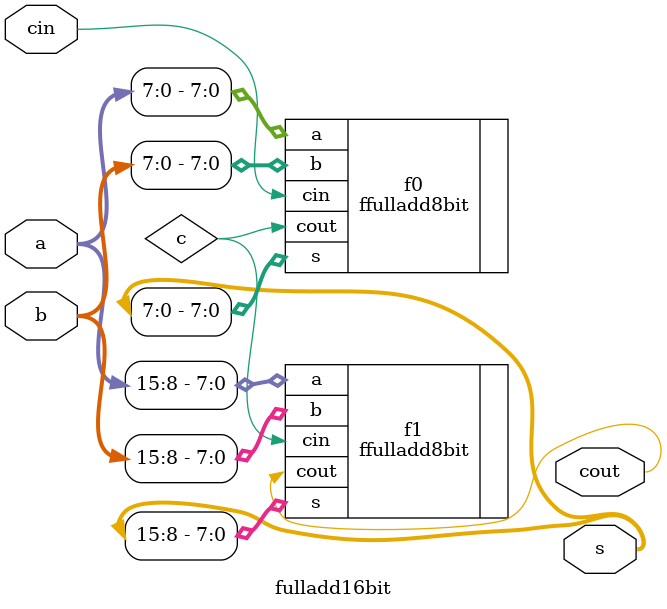
<source format=v>
module fulladd16bit(cin, a, b, s, cout);

input cin;
input [15:0]a, b;
output [15:0]s;
output cout;

wire c;

ffulladd8bit f0(.cin(cin),.a(a[7:0]),.b(b[7:0]),.s(s[7:0]),.cout(c));
ffulladd8bit f1(.cin(c),.a(a[15:8]),.b(b[15:8]),.s(s[15:8]),.cout(cout));

endmodule

</source>
